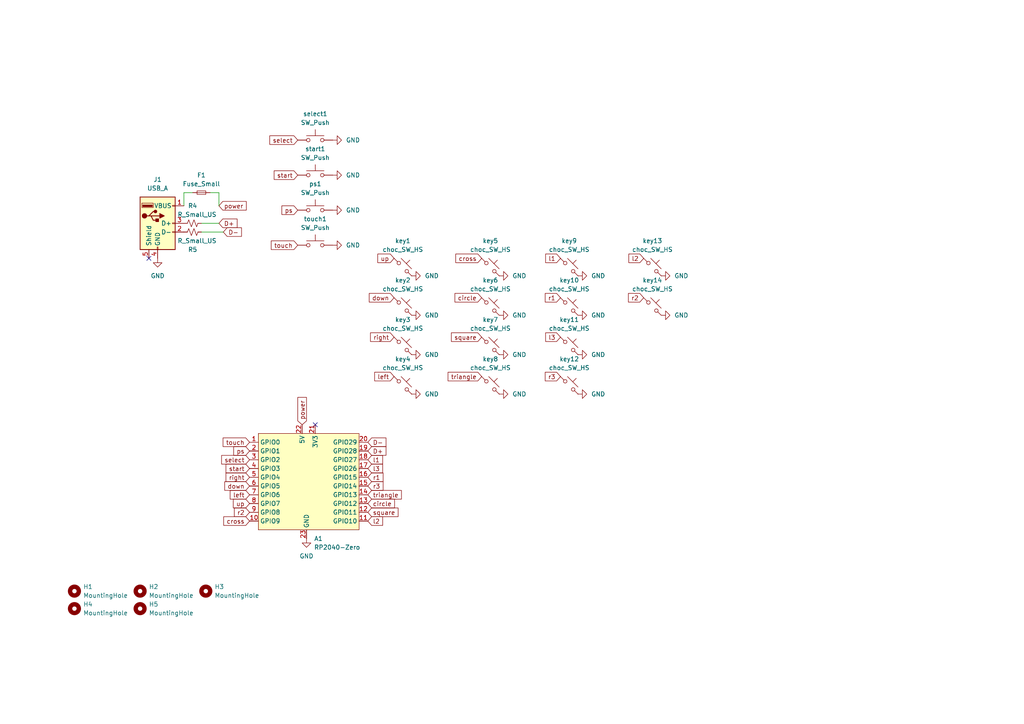
<source format=kicad_sch>
(kicad_sch (version 20230121) (generator eeschema)
  (paper "A4")
  (lib_symbols
    (symbol "Connector:USB_A" (pin_names (offset 1.016))
      (property "Reference" "J" (at -5.08 11.43 0))
      (property "Value" "USB_A" (at -5.08 8.89 0))
      (symbol "USB_A_0_1"
        (rectangle (start -5.08 -7.62) (end 5.08 7.62) (stroke (width 0.254)) (fill (type background)))
        (circle (center -3.81 2.159) (radius 0.635) (stroke (width 0.254)) (fill (type outline)))
        (rectangle (start -1.524 4.826) (end -4.318 5.334) (fill (type outline)))
        (rectangle (start -1.27 4.572) (end -4.572 5.842))
        (circle (center -0.635 3.429) (radius 0.381) (stroke (width 0.254)) (fill (type outline)))
        (rectangle (start -0.127 -7.62) (end 0.127 -6.858))
        (polyline (pts (xy -3.175 2.159) (xy -2.54 2.159) (xy -1.27 3.429) (xy -0.635 3.429)) (stroke (width 0.254)))
        (polyline (pts (xy -2.54 2.159) (xy -1.905 2.159) (xy -1.27 0.889) (xy 0 0.889)) (stroke (width 0.254)))
        (polyline (pts (xy 0.635 2.794) (xy 0.635 1.524) (xy 1.905 2.159) (xy 0.635 2.794)) (stroke (width 0.254)) (fill (type outline)))
        (rectangle (start 0.254 1.27) (end -0.508 0.508) (stroke (width 0.254)) (fill (type outline)))
        (rectangle (start 5.08 -2.667) (end 4.318 -2.413))
        (rectangle (start 5.08 -0.127) (end 4.318 0.127))
        (rectangle (start 5.08 4.953) (end 4.318 5.207))
      )
      (symbol "USB_A_1_1"
        (polyline (pts (xy -1.905 2.159) (xy 0.635 2.159)) (stroke (width 0.254)))
        (pin power_in line (at 7.62 5.08 180) (length 2.54) (name "VBUS") (number "1"))
        (pin bidirectional line (at 7.62 -2.54 180) (length 2.54) (name "D-") (number "2"))
        (pin bidirectional line (at 7.62 0 180) (length 2.54) (name "D+") (number "3"))
        (pin power_in line (at 0 -10.16 90) (length 2.54) (name "GND") (number "4"))
        (pin passive line (at -2.54 -10.16 90) (length 2.54) (name "Shield") (number "5"))
      )
    )
    (symbol "Device:Fuse_Small" (pin_numbers hide) (pin_names (offset 0.254) hide)
      (property "Reference" "F" (at 0 -1.524 0))
      (property "Value" "Fuse_Small" (at 0 1.524 0))
      (symbol "Fuse_Small_0_1"
        (rectangle (start -1.27 0.508) (end 1.27 -0.508))
        (polyline (pts (xy -1.27 0) (xy 1.27 0)))
      )
      (symbol "Fuse_Small_1_1"
        (pin passive line (at -2.54 0 0) (length 1.27) (name "~") (number "1"))
        (pin passive line (at 2.54 0 180) (length 1.27) (name "~") (number "2"))
      )
    )
    (symbol "Device:R_Small_US" (pin_numbers hide) (pin_names (offset 0.254) hide)
      (property "Reference" "R" (at 0.762 0.508 0))
      (property "Value" "R_Small_US" (at 0.762 -1.016 0))
      (symbol "R_Small_US_1_1"
        (polyline (pts (xy 0 0) (xy 1.016 -0.381) (xy 0 -0.762) (xy -1.016 -1.143) (xy 0 -1.524)))
        (polyline (pts (xy 0 1.524) (xy 1.016 1.143) (xy 0 0.762) (xy -1.016 0.381) (xy 0 0)))
        (pin passive line (at 0 2.54 270) (length 1.016) (name "~") (number "1"))
        (pin passive line (at 0 -2.54 90) (length 1.016) (name "~") (number "2"))
      )
    )
    (symbol "Mechanical:MountingHole" (pin_names (offset 1.016))
      (property "Reference" "H" (at 0 5.08 0))
      (property "Value" "MountingHole" (at 0 3.175 0))
      (symbol "MountingHole_0_1"
        (circle (center 0 0) (radius 1.27) (stroke (width 1.27)))
      )
    )
    (symbol "PCM_marbastlib-choc:choc_SW_HS" (pin_numbers hide) (pin_names (offset 1.016) hide)
      (property "Reference" "CH" (at 3.048 1.016 0))
      (property "Value" "choc_SW_HS" (at 0 -3.81 0))
      (symbol "choc_SW_HS_0_1"
        (circle (center -1.1684 1.1684) (radius 0.508))
        (polyline (pts (xy -0.508 2.54) (xy 2.54 -0.508)))
        (polyline (pts (xy 1.016 1.016) (xy 2.032 2.032)))
        (polyline (pts (xy -2.54 2.54) (xy -1.524 1.524) (xy -1.524 1.524)))
        (polyline (pts (xy 1.524 -1.524) (xy 2.54 -2.54) (xy 2.54 -2.54) (xy 2.54 -2.54)))
        (circle (center 1.143 -1.1938) (radius 0.508))
        (pin passive line (at -2.54 2.54 0) (length 0) (name "1") (number "1"))
        (pin passive line (at 2.54 -2.54 180) (length 0) (name "2") (number "2"))
      )
    )
    (symbol "RP2040-Zero:RP2040-Zero"
      (property "Reference" "A" (at 0 1.27 0))
      (property "Value" "RP2040-Zero" (at 0 -1.27 0))
      (symbol "RP2040-Zero_0_1"
        (rectangle (start -13.97 12.7) (end 15.24 -15.24) (fill (type background)))
      )
      (symbol "RP2040-Zero_1_1"
        (pin bidirectional line (at -16.51 10.16 0) (length 2.54) (name "GPIO0") (number "1"))
        (pin bidirectional line (at -16.51 -12.7 0) (length 2.54) (name "GPIO9") (number "10"))
        (pin bidirectional line (at 17.78 -12.7 180) (length 2.54) (name "GPIO10") (number "11"))
        (pin bidirectional line (at 17.78 -10.16 180) (length 2.54) (name "GPIO11") (number "12"))
        (pin bidirectional line (at 17.78 -7.62 180) (length 2.54) (name "GPIO12") (number "13"))
        (pin bidirectional line (at 17.78 -5.08 180) (length 2.54) (name "GPIO13") (number "14"))
        (pin bidirectional line (at 17.78 -2.54 180) (length 2.54) (name "GPIO14") (number "15"))
        (pin bidirectional line (at 17.78 0 180) (length 2.54) (name "GPIO15") (number "16"))
        (pin bidirectional line (at 17.78 2.54 180) (length 2.54) (name "GPIO26") (number "17"))
        (pin bidirectional line (at 17.78 5.08 180) (length 2.54) (name "GPIO27") (number "18"))
        (pin bidirectional line (at 17.78 7.62 180) (length 2.54) (name "GPIO28") (number "19"))
        (pin bidirectional line (at -16.51 7.62 0) (length 2.54) (name "GPIO1") (number "2"))
        (pin bidirectional line (at 17.78 10.16 180) (length 2.54) (name "GPIO29") (number "20"))
        (pin power_out line (at 2.54 15.24 270) (length 2.54) (name "3V3") (number "21"))
        (pin power_in line (at -1.27 15.24 270) (length 2.54) (name "5V") (number "22"))
        (pin power_in line (at 0 -17.78 90) (length 2.54) (name "GND") (number "23"))
        (pin bidirectional line (at -16.51 5.08 0) (length 2.54) (name "GPIO2") (number "3"))
        (pin bidirectional line (at -16.51 2.54 0) (length 2.54) (name "GPIO3") (number "4"))
        (pin bidirectional line (at -16.51 0 0) (length 2.54) (name "GPIO4") (number "5"))
        (pin bidirectional line (at -16.51 -2.54 0) (length 2.54) (name "GPIO5") (number "6"))
        (pin bidirectional line (at -16.51 -5.08 0) (length 2.54) (name "GPIO6") (number "7"))
        (pin bidirectional line (at -16.51 -7.62 0) (length 2.54) (name "GPIO7") (number "8"))
        (pin bidirectional line (at -16.51 -10.16 0) (length 2.54) (name "GPIO8") (number "9"))
      )
    )
    (symbol "Switch:SW_Push" (pin_numbers hide) (pin_names (offset 1.016) hide)
      (property "Reference" "SW" (at 1.27 2.54 0))
      (property "Value" "SW_Push" (at 0 -1.524 0))
      (symbol "SW_Push_0_1"
        (circle (center -2.032 0) (radius 0.508))
        (polyline (pts (xy 0 1.27) (xy 0 3.048)))
        (polyline (pts (xy 2.54 1.27) (xy -2.54 1.27)))
        (circle (center 2.032 0) (radius 0.508))
        (pin passive line (at -5.08 0 0) (length 2.54) (name "1") (number "1"))
        (pin passive line (at 5.08 0 180) (length 2.54) (name "2") (number "2"))
      )
    )
    (symbol "power:GND" (power) (pin_names (offset 0))
      (property "Value" "GND" (at 0 -3.81 0))
      (symbol "GND_0_1"
        (polyline (pts (xy 0 0) (xy 0 -1.27) (xy 1.27 -1.27) (xy 0 -2.54) (xy -1.27 -1.27) (xy 0 -1.27)))
      )
      (symbol "GND_1_1"
        (pin power_in line (at 0 0 270) (length 0) hide (name "GND") (number "1"))
      )
    )
  )
  (no_connect (at 43.18 74.93))
  (no_connect (at 91.44 123.19))
  (wire (pts (xy 60.96 55.88) (xy 63.5 55.88)))
  (wire (pts (xy 58.42 67.31) (xy 64.77 67.31)))
  (wire (pts (xy 53.34 59.69) (xy 53.34 55.88)))
  (wire (pts (xy 53.34 55.88) (xy 55.88 55.88)))
  (wire (pts (xy 63.5 55.88) (xy 63.5 59.69)))
  (wire (pts (xy 58.42 64.77) (xy 63.5 64.77)))
  (global_label "start" (shape input) (at 86.36 50.8 180) (property "Intersheetrefs" "${INTERSHEET_REFS}" (effects hide)))
  (global_label "down" (shape input) (at 114.3 86.36 180) (property "Intersheetrefs" "${INTERSHEET_REFS}" (effects hide)))
  (global_label "r1" (shape input) (at 162.56 86.36 180) (property "Intersheetrefs" "${INTERSHEET_REFS}" (effects hide)))
  (global_label "cross" (shape input) (at 139.7 74.93 180) (property "Intersheetrefs" "${INTERSHEET_REFS}" (effects hide)))
  (global_label "up" (shape input) (at 72.39 146.05 180) (property "Intersheetrefs" "${INTERSHEET_REFS}" (effects hide)))
  (global_label "D-" (shape input) (at 106.68 128.27 0) (property "Intersheetrefs" "${INTERSHEET_REFS}" (effects hide)))
  (global_label "l2" (shape input) (at 186.69 74.93 180) (property "Intersheetrefs" "${INTERSHEET_REFS}" (effects hide)))
  (global_label "r2" (shape input) (at 72.39 148.59 180) (property "Intersheetrefs" "${INTERSHEET_REFS}" (effects hide)))
  (global_label "down" (shape input) (at 72.39 140.97 180) (property "Intersheetrefs" "${INTERSHEET_REFS}" (effects hide)))
  (global_label "select" (shape input) (at 86.36 40.64 180) (property "Intersheetrefs" "${INTERSHEET_REFS}" (effects hide)))
  (global_label "right" (shape input) (at 72.39 138.43 180) (property "Intersheetrefs" "${INTERSHEET_REFS}" (effects hide)))
  (global_label "up" (shape input) (at 114.3 74.93 180) (property "Intersheetrefs" "${INTERSHEET_REFS}" (effects hide)))
  (global_label "ps" (shape input) (at 72.39 130.81 180) (property "Intersheetrefs" "${INTERSHEET_REFS}" (effects hide)))
  (global_label "l2" (shape input) (at 106.68 151.13 0) (property "Intersheetrefs" "${INTERSHEET_REFS}" (effects hide)))
  (global_label "select" (shape input) (at 72.39 133.35 180) (property "Intersheetrefs" "${INTERSHEET_REFS}" (effects hide)))
  (global_label "circle" (shape input) (at 139.7 86.36 180) (property "Intersheetrefs" "${INTERSHEET_REFS}" (effects hide)))
  (global_label "r1" (shape input) (at 106.68 138.43 0) (property "Intersheetrefs" "${INTERSHEET_REFS}" (effects hide)))
  (global_label "l3" (shape input) (at 162.56 97.79 180) (property "Intersheetrefs" "${INTERSHEET_REFS}" (effects hide)))
  (global_label "right" (shape input) (at 114.3 97.79 180) (property "Intersheetrefs" "${INTERSHEET_REFS}" (effects hide)))
  (global_label "triangle" (shape input) (at 139.7 109.22 180) (property "Intersheetrefs" "${INTERSHEET_REFS}" (effects hide)))
  (global_label "circle" (shape input) (at 106.68 146.05 0) (property "Intersheetrefs" "${INTERSHEET_REFS}" (effects hide)))
  (global_label "left" (shape input) (at 72.39 143.51 180) (property "Intersheetrefs" "${INTERSHEET_REFS}" (effects hide)))
  (global_label "square" (shape input) (at 106.68 148.59 0) (property "Intersheetrefs" "${INTERSHEET_REFS}" (effects hide)))
  (global_label "D+" (shape input) (at 106.68 130.81 0) (property "Intersheetrefs" "${INTERSHEET_REFS}" (effects hide)))
  (global_label "start" (shape input) (at 72.39 135.89 180) (property "Intersheetrefs" "${INTERSHEET_REFS}" (effects hide)))
  (global_label "D+" (shape input) (at 63.5 64.77 0) (property "Intersheetrefs" "${INTERSHEET_REFS}" (effects hide)))
  (global_label "l3" (shape input) (at 106.68 135.89 0) (property "Intersheetrefs" "${INTERSHEET_REFS}" (effects hide)))
  (global_label "ps" (shape input) (at 86.36 60.96 180) (property "Intersheetrefs" "${INTERSHEET_REFS}" (effects hide)))
  (global_label "power" (shape input) (at 87.63 123.19 90) (property "Intersheetrefs" "${INTERSHEET_REFS}" (effects hide)))
  (global_label "cross" (shape input) (at 72.39 151.13 180) (property "Intersheetrefs" "${INTERSHEET_REFS}" (effects hide)))
  (global_label "r3" (shape input) (at 106.68 140.97 0) (property "Intersheetrefs" "${INTERSHEET_REFS}" (effects hide)))
  (global_label "r2" (shape input) (at 186.69 86.36 180) (property "Intersheetrefs" "${INTERSHEET_REFS}" (effects hide)))
  (global_label "triangle" (shape input) (at 106.68 143.51 0) (property "Intersheetrefs" "${INTERSHEET_REFS}" (effects hide)))
  (global_label "r3" (shape input) (at 162.56 109.22 180) (property "Intersheetrefs" "${INTERSHEET_REFS}" (effects hide)))
  (global_label "square" (shape input) (at 139.7 97.79 180) (property "Intersheetrefs" "${INTERSHEET_REFS}" (effects hide)))
  (global_label "l1" (shape input) (at 106.68 133.35 0) (property "Intersheetrefs" "${INTERSHEET_REFS}" (effects hide)))
  (global_label "power" (shape input) (at 63.5 59.69 0) (property "Intersheetrefs" "${INTERSHEET_REFS}" (effects hide)))
  (global_label "D-" (shape input) (at 64.77 67.31 0) (property "Intersheetrefs" "${INTERSHEET_REFS}" (effects hide)))
  (global_label "touch" (shape input) (at 72.39 128.27 180) (property "Intersheetrefs" "${INTERSHEET_REFS}" (effects hide)))
  (global_label "left" (shape input) (at 114.3 109.22 180) (property "Intersheetrefs" "${INTERSHEET_REFS}" (effects hide)))
  (global_label "touch" (shape input) (at 86.36 71.12 180) (property "Intersheetrefs" "${INTERSHEET_REFS}" (effects hide)))
  (global_label "l1" (shape input) (at 162.56 74.93 180) (property "Intersheetrefs" "${INTERSHEET_REFS}" (effects hide)))
  (symbol (lib_id "power:GND") (at 167.64 91.44 90) (unit 1)
    (property "Reference" "#PWR016" (effects hide))
    (property "Value" "GND" (at 171.45 91.44 90) (effects (justify right)))
  )
  (symbol (lib_id "power:GND") (at 119.38 114.3 90) (unit 1)
    (property "Reference" "#PWR04" (effects hide))
    (property "Value" "GND" (at 123.19 114.3 90) (effects (justify right)))
  )
  (symbol (lib_id "PCM_marbastlib-choc:choc_SW_HS") (at 189.23 88.9 0) (unit 1)
    (property "Reference" "key14" (at 189.23 81.28 0))
    (property "Value" "choc_SW_HS" (at 189.23 83.82 0))
    (property "Footprint" "Kailh:Kailh_socket_PG1350_optional" (effects hide))
  )
  (symbol (lib_id "power:GND") (at 119.38 102.87 90) (unit 1)
    (property "Reference" "#PWR07" (effects hide))
    (property "Value" "GND" (at 123.19 102.87 90) (effects (justify right)))
  )
  (symbol (lib_id "power:GND") (at 144.78 102.87 90) (unit 1)
    (property "Reference" "#PWR012" (effects hide))
    (property "Value" "GND" (at 148.59 102.87 90) (effects (justify right)))
  )
  (symbol (lib_id "power:GND") (at 144.78 80.01 90) (unit 1)
    (property "Reference" "#PWR010" (effects hide))
    (property "Value" "GND" (at 148.59 80.01 90) (effects (justify right)))
  )
  (symbol (lib_id "power:GND") (at 167.64 102.87 90) (unit 1)
    (property "Reference" "#PWR015" (effects hide))
    (property "Value" "GND" (at 171.45 102.87 90) (effects (justify right)))
  )
  (symbol (lib_id "PCM_marbastlib-choc:choc_SW_HS") (at 142.24 100.33 0) (unit 1)
    (property "Reference" "key7" (at 142.24 92.71 0))
    (property "Value" "choc_SW_HS" (at 142.24 95.25 0))
    (property "Footprint" "Kailh:Kailh_socket_PG1350_optional" (effects hide))
  )
  (symbol (lib_id "PCM_marbastlib-choc:choc_SW_HS") (at 116.84 88.9 0) (unit 1)
    (property "Reference" "key2" (at 116.84 81.28 0))
    (property "Value" "choc_SW_HS" (at 116.84 83.82 0))
    (property "Footprint" "Kailh:Kailh_socket_PG1350_optional" (effects hide))
  )
  (symbol (lib_id "power:GND") (at 144.78 91.44 90) (unit 1)
    (property "Reference" "#PWR011" (effects hide))
    (property "Value" "GND" (at 148.59 91.44 90) (effects (justify right)))
  )
  (symbol (lib_id "PCM_marbastlib-choc:choc_SW_HS") (at 165.1 111.76 0) (unit 1)
    (property "Reference" "key12" (at 165.1 104.14 0))
    (property "Value" "choc_SW_HS" (at 165.1 106.68 0))
    (property "Footprint" "Kailh:Kailh_socket_PG1350_optional" (effects hide))
  )
  (symbol (lib_id "Mechanical:MountingHole") (at 59.69 171.45 0) (unit 1)
    (property "Reference" "H3" (at 62.23 170.18 0) (effects (justify left)))
    (property "Value" "MountingHole" (at 62.23 172.72 0) (effects (justify left)))
    (property "Footprint" "MountingHole:MountingHole_6.4mm_M6" (effects hide))
  )
  (symbol (lib_id "PCM_marbastlib-choc:choc_SW_HS") (at 116.84 111.76 0) (unit 1)
    (property "Reference" "key4" (at 116.84 104.14 0))
    (property "Value" "choc_SW_HS" (at 116.84 106.68 0))
    (property "Footprint" "Kailh:Kailh_socket_PG1350_optional" (effects hide))
  )
  (symbol (lib_id "Device:R_Small_US") (at 55.88 64.77 270) (unit 1)
    (property "Reference" "R4" (at 55.88 59.69 90))
    (property "Value" "R_Small_US" (at 57.15 62.23 90))
    (property "Footprint" "Resistor_SMD:R_0402_1005Metric_Pad0.72x0.64mm_HandSolder" (effects hide))
  )
  (symbol (lib_id "PCM_marbastlib-choc:choc_SW_HS") (at 189.23 77.47 0) (unit 1)
    (property "Reference" "key13" (at 189.23 69.85 0))
    (property "Value" "choc_SW_HS" (at 189.23 72.39 0))
    (property "Footprint" "Kailh:Kailh_socket_PG1350_optional" (effects hide))
  )
  (symbol (lib_id "power:GND") (at 167.64 80.01 90) (unit 1)
    (property "Reference" "#PWR017" (effects hide))
    (property "Value" "GND" (at 171.45 80.01 90) (effects (justify right)))
  )
  (symbol (lib_id "Device:R_Small_US") (at 55.88 67.31 90) (unit 1)
    (property "Reference" "R5" (at 55.88 72.39 90))
    (property "Value" "R_Small_US" (at 57.15 69.85 90))
    (property "Footprint" "Resistor_SMD:R_0402_1005Metric_Pad0.72x0.64mm_HandSolder" (effects hide))
  )
  (symbol (lib_id "RP2040-Zero:RP2040-Zero") (at 88.9 138.43 0) (unit 1)
    (property "Reference" "A1" (at 91.0941 156.21 0) (effects (justify left)))
    (property "Value" "RP2040-Zero" (at 91.0941 158.75 0) (effects (justify left)))
    (property "Footprint" "RP2040-Zero:RP2040-Zero" (effects hide))
  )
  (symbol (lib_id "PCM_marbastlib-choc:choc_SW_HS") (at 142.24 88.9 0) (unit 1)
    (property "Reference" "key6" (at 142.24 81.28 0))
    (property "Value" "choc_SW_HS" (at 142.24 83.82 0))
    (property "Footprint" "Kailh:Kailh_socket_PG1350_optional" (effects hide))
  )
  (symbol (lib_id "PCM_marbastlib-choc:choc_SW_HS") (at 165.1 88.9 0) (unit 1)
    (property "Reference" "key10" (at 165.1 81.28 0))
    (property "Value" "choc_SW_HS" (at 165.1 83.82 0))
    (property "Footprint" "Kailh:Kailh_socket_PG1350_optional" (effects hide))
  )
  (symbol (lib_id "power:GND") (at 96.52 60.96 90) (unit 1)
    (property "Reference" "#PWR06" (effects hide))
    (property "Value" "GND" (at 100.33 60.96 90) (effects (justify right)))
  )
  (symbol (lib_id "PCM_marbastlib-choc:choc_SW_HS") (at 165.1 77.47 0) (unit 1)
    (property "Reference" "key9" (at 165.1 69.85 0))
    (property "Value" "choc_SW_HS" (at 165.1 72.39 0))
    (property "Footprint" "Kailh:Kailh_socket_PG1350_optional" (effects hide))
  )
  (symbol (lib_id "power:GND") (at 45.72 74.93 0) (unit 1)
    (property "Reference" "#PWR02" (effects hide))
    (property "Value" "GND" (at 45.72 80.01 0))
  )
  (symbol (lib_id "Connector:USB_A") (at 45.72 64.77 0) (unit 1)
    (property "Reference" "J1" (at 45.72 52.07 0))
    (property "Value" "USB_A" (at 45.72 54.61 0))
    (property "Footprint" "Reversal:USB_A_Female_C42425" (effects hide))
    (property "Datasheet" " ~" (effects hide))
  )
  (symbol (lib_id "Mechanical:MountingHole") (at 21.59 176.53 0) (unit 1)
    (property "Reference" "H4" (at 24.13 175.26 0) (effects (justify left)))
    (property "Value" "MountingHole" (at 24.13 177.8 0) (effects (justify left)))
    (property "Footprint" "MountingHole:MountingHole_6.4mm_M6" (effects hide))
  )
  (symbol (lib_id "power:GND") (at 96.52 50.8 90) (unit 1)
    (property "Reference" "#PWR05" (effects hide))
    (property "Value" "GND" (at 100.33 50.8 90) (effects (justify right)))
  )
  (symbol (lib_id "power:GND") (at 191.77 80.01 90) (unit 1)
    (property "Reference" "#PWR018" (effects hide))
    (property "Value" "GND" (at 195.58 80.01 90) (effects (justify right)))
  )
  (symbol (lib_id "power:GND") (at 191.77 91.44 90) (unit 1)
    (property "Reference" "#PWR019" (effects hide))
    (property "Value" "GND" (at 195.58 91.44 90) (effects (justify right)))
  )
  (symbol (lib_id "PCM_marbastlib-choc:choc_SW_HS") (at 142.24 77.47 0) (unit 1)
    (property "Reference" "key5" (at 142.24 69.85 0))
    (property "Value" "choc_SW_HS" (at 142.24 72.39 0))
    (property "Footprint" "Kailh:Kailh_socket_PG1350_optional" (effects hide))
  )
  (symbol (lib_id "power:GND") (at 96.52 40.64 90) (unit 1)
    (property "Reference" "#PWR03" (effects hide))
    (property "Value" "GND" (at 100.33 40.64 90) (effects (justify right)))
  )
  (symbol (lib_id "PCM_marbastlib-choc:choc_SW_HS") (at 116.84 77.47 0) (unit 1)
    (property "Reference" "key1" (at 116.84 69.85 0))
    (property "Value" "choc_SW_HS" (at 116.84 72.39 0))
    (property "Footprint" "Kailh:Kailh_socket_PG1350_optional" (effects hide))
  )
  (symbol (lib_id "power:GND") (at 119.38 80.01 90) (unit 1)
    (property "Reference" "#PWR09" (effects hide))
    (property "Value" "GND" (at 123.19 80.01 90) (effects (justify right)))
  )
  (symbol (lib_id "power:GND") (at 88.9 156.21 0) (unit 1)
    (property "Reference" "#PWR01" (effects hide))
    (property "Value" "GND" (at 88.9 161.29 0))
  )
  (symbol (lib_id "Switch:SW_Push") (at 91.44 50.8 0) (unit 1)
    (property "Reference" "start1" (at 91.44 43.18 0))
    (property "Value" "SW_Push" (at 91.44 45.72 0))
    (property "Footprint" "Button_Switch_THT:SW_PUSH_6mm" (effects hide))
  )
  (symbol (lib_id "PCM_marbastlib-choc:choc_SW_HS") (at 142.24 111.76 0) (unit 1)
    (property "Reference" "key8" (at 142.24 104.14 0))
    (property "Value" "choc_SW_HS" (at 142.24 106.68 0))
    (property "Footprint" "Kailh:Kailh_socket_PG1350_optional" (effects hide))
  )
  (symbol (lib_id "Switch:SW_Push") (at 91.44 60.96 0) (unit 1)
    (property "Reference" "ps1" (at 91.44 53.34 0))
    (property "Value" "SW_Push" (at 91.44 55.88 0))
    (property "Footprint" "Button_Switch_THT:SW_PUSH_6mm" (effects hide))
  )
  (symbol (lib_id "Switch:SW_Push") (at 91.44 71.12 0) (unit 1)
    (property "Reference" "touch1" (at 91.44 63.5 0))
    (property "Value" "SW_Push" (at 91.44 66.04 0))
    (property "Footprint" "Button_Switch_THT:SW_PUSH_6mm" (effects hide))
  )
  (symbol (lib_id "Device:Fuse_Small") (at 58.42 55.88 0) (unit 1)
    (property "Reference" "F1" (at 58.42 50.8 0))
    (property "Value" "Fuse_Small" (at 58.42 53.34 0))
    (property "Footprint" "Fuse:Fuse_1206_3216Metric_Pad1.42x1.75mm_HandSolder" (effects hide))
  )
  (symbol (lib_id "Mechanical:MountingHole") (at 40.64 176.53 0) (unit 1)
    (property "Reference" "H5" (at 43.18 175.26 0) (effects (justify left)))
    (property "Value" "MountingHole" (at 43.18 177.8 0) (effects (justify left)))
    (property "Footprint" "MountingHole:MountingHole_6.4mm_M6" (effects hide))
  )
  (symbol (lib_id "power:GND") (at 96.52 71.12 90) (unit 1)
    (property "Reference" "#PWR020" (effects hide))
    (property "Value" "GND" (at 100.33 71.12 90) (effects (justify right)))
  )
  (symbol (lib_id "Mechanical:MountingHole") (at 21.59 171.45 0) (unit 1)
    (property "Reference" "H1" (at 24.13 170.18 0) (effects (justify left)))
    (property "Value" "MountingHole" (at 24.13 172.72 0) (effects (justify left)))
    (property "Footprint" "MountingHole:MountingHole_6.4mm_M6" (effects hide))
  )
  (symbol (lib_id "power:GND") (at 167.64 114.3 90) (unit 1)
    (property "Reference" "#PWR014" (effects hide))
    (property "Value" "GND" (at 171.45 114.3 90) (effects (justify right)))
  )
  (symbol (lib_id "power:GND") (at 144.78 114.3 90) (unit 1)
    (property "Reference" "#PWR013" (effects hide))
    (property "Value" "GND" (at 148.59 114.3 90) (effects (justify right)))
  )
  (symbol (lib_id "PCM_marbastlib-choc:choc_SW_HS") (at 116.84 100.33 0) (unit 1)
    (property "Reference" "key3" (at 116.84 92.71 0))
    (property "Value" "choc_SW_HS" (at 116.84 95.25 0))
    (property "Footprint" "Kailh:Kailh_socket_PG1350_optional" (effects hide))
  )
  (symbol (lib_id "Mechanical:MountingHole") (at 40.64 171.45 0) (unit 1)
    (property "Reference" "H2" (at 43.18 170.18 0) (effects (justify left)))
    (property "Value" "MountingHole" (at 43.18 172.72 0) (effects (justify left)))
    (property "Footprint" "MountingHole:MountingHole_6.4mm_M6" (effects hide))
  )
  (symbol (lib_id "PCM_marbastlib-choc:choc_SW_HS") (at 165.1 100.33 0) (unit 1)
    (property "Reference" "key11" (at 165.1 92.71 0))
    (property "Value" "choc_SW_HS" (at 165.1 95.25 0))
    (property "Footprint" "Kailh:Kailh_socket_PG1350_optional" (effects hide))
  )
  (symbol (lib_id "Switch:SW_Push") (at 91.44 40.64 0) (unit 1)
    (property "Reference" "select1" (at 91.44 33.02 0))
    (property "Value" "SW_Push" (at 91.44 35.56 0))
    (property "Footprint" "Button_Switch_THT:SW_PUSH_6mm" (effects hide))
  )
  (symbol (lib_id "power:GND") (at 119.38 91.44 90) (unit 1)
    (property "Reference" "#PWR08" (effects hide))
    (property "Value" "GND" (at 123.19 91.44 90) (effects (justify right)))
  )
)
</source>
